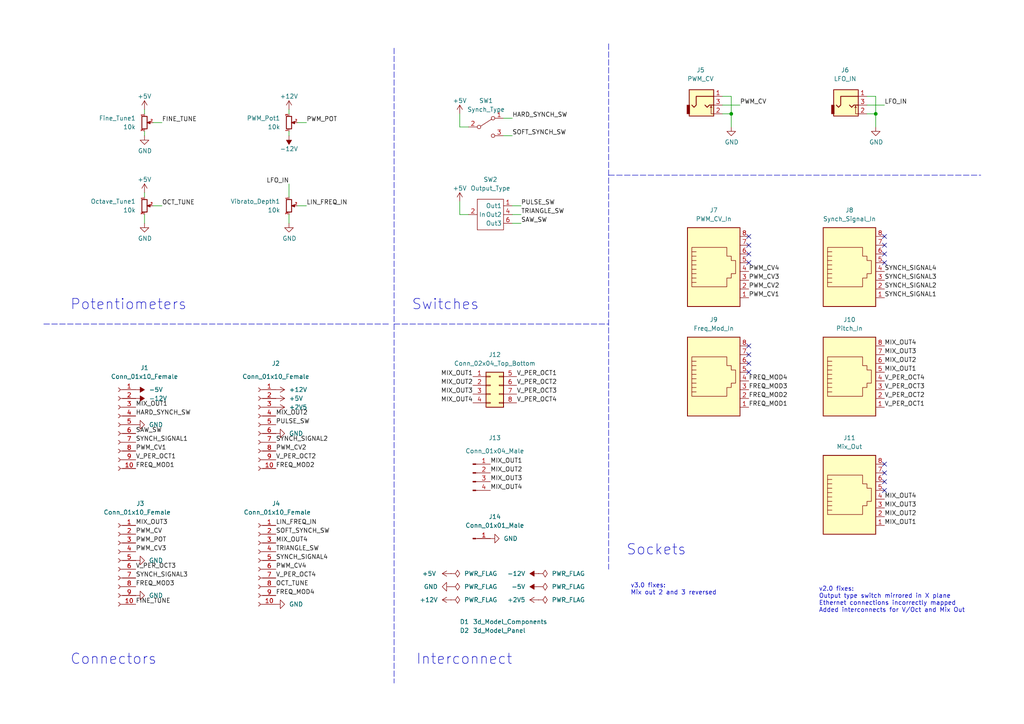
<source format=kicad_sch>
(kicad_sch (version 20211123) (generator eeschema)
  (paper "A4")
  (title_block (title "Quadraphone Controls") (date "2023-03-19") (rev "3.0") (company "Mountjoy Modular"))
  (lib_symbols
    (symbol "Connector:Conn_01x01_Male" (pin_names (offset 1.016) hide)
      (property "Reference" "J" (at 0 2.54 0))
      (property "Value" "Conn_01x01_Male" (at 0 -2.54 0))
      (symbol "Conn_01x01_Male_1_1"
        (polyline (pts (xy 1.27 0) (xy 0.8636 0)) (stroke (width 0.1524)))
        (rectangle (start 0.8636 0.127) (end 0 -0.127) (stroke (width 0.1524)) (fill (type outline)))
        (pin passive line (at 5.08 0 180) (length 3.81) (name "Pin_1") (number "1"))
      )
    )
    (symbol "Connector:Conn_01x04_Male" (pin_names (offset 1.016) hide)
      (property "Reference" "J" (at 0 5.08 0))
      (property "Value" "Conn_01x04_Male" (at 0 -7.62 0))
      (symbol "Conn_01x04_Male_1_1"
        (polyline (pts (xy 1.27 -5.08) (xy 0.8636 -5.08)) (stroke (width 0.1524)))
        (polyline (pts (xy 1.27 -2.54) (xy 0.8636 -2.54)) (stroke (width 0.1524)))
        (polyline (pts (xy 1.27 0) (xy 0.8636 0)) (stroke (width 0.1524)))
        (polyline (pts (xy 1.27 2.54) (xy 0.8636 2.54)) (stroke (width 0.1524)))
        (rectangle (start 0.8636 -4.953) (end 0 -5.207) (stroke (width 0.1524)) (fill (type outline)))
        (rectangle (start 0.8636 -2.413) (end 0 -2.667) (stroke (width 0.1524)) (fill (type outline)))
        (rectangle (start 0.8636 0.127) (end 0 -0.127) (stroke (width 0.1524)) (fill (type outline)))
        (rectangle (start 0.8636 2.667) (end 0 2.413) (stroke (width 0.1524)) (fill (type outline)))
        (pin passive line (at 5.08 2.54 180) (length 3.81) (name "Pin_1") (number "1"))
        (pin passive line (at 5.08 0 180) (length 3.81) (name "Pin_2") (number "2"))
        (pin passive line (at 5.08 -2.54 180) (length 3.81) (name "Pin_3") (number "3"))
        (pin passive line (at 5.08 -5.08 180) (length 3.81) (name "Pin_4") (number "4"))
      )
    )
    (symbol "Connector:Conn_01x10_Female" (pin_names (offset 1.016) hide)
      (property "Reference" "J" (at 0 12.7 0))
      (property "Value" "Conn_01x10_Female" (at 0 -15.24 0))
      (symbol "Conn_01x10_Female_1_1"
        (arc (start 0 -12.192) (mid -0.508 -12.7) (end 0 -13.208) (stroke (width 0.1524)))
        (arc (start 0 -9.652) (mid -0.508 -10.16) (end 0 -10.668) (stroke (width 0.1524)))
        (arc (start 0 -7.112) (mid -0.508 -7.62) (end 0 -8.128) (stroke (width 0.1524)))
        (arc (start 0 -4.572) (mid -0.508 -5.08) (end 0 -5.588) (stroke (width 0.1524)))
        (arc (start 0 -2.032) (mid -0.508 -2.54) (end 0 -3.048) (stroke (width 0.1524)))
        (polyline (pts (xy -1.27 -12.7) (xy -0.508 -12.7)) (stroke (width 0.1524)))
        (polyline (pts (xy -1.27 -10.16) (xy -0.508 -10.16)) (stroke (width 0.1524)))
        (polyline (pts (xy -1.27 -7.62) (xy -0.508 -7.62)) (stroke (width 0.1524)))
        (polyline (pts (xy -1.27 -5.08) (xy -0.508 -5.08)) (stroke (width 0.1524)))
        (polyline (pts (xy -1.27 -2.54) (xy -0.508 -2.54)) (stroke (width 0.1524)))
        (polyline (pts (xy -1.27 0) (xy -0.508 0)) (stroke (width 0.1524)))
        (polyline (pts (xy -1.27 2.54) (xy -0.508 2.54)) (stroke (width 0.1524)))
        (polyline (pts (xy -1.27 5.08) (xy -0.508 5.08)) (stroke (width 0.1524)))
        (polyline (pts (xy -1.27 7.62) (xy -0.508 7.62)) (stroke (width 0.1524)))
        (polyline (pts (xy -1.27 10.16) (xy -0.508 10.16)) (stroke (width 0.1524)))
        (arc (start 0 0.508) (mid -0.508 0) (end 0 -0.508) (stroke (width 0.1524)))
        (arc (start 0 3.048) (mid -0.508 2.54) (end 0 2.032) (stroke (width 0.1524)))
        (arc (start 0 5.588) (mid -0.508 5.08) (end 0 4.572) (stroke (width 0.1524)))
        (arc (start 0 8.128) (mid -0.508 7.62) (end 0 7.112) (stroke (width 0.1524)))
        (arc (start 0 10.668) (mid -0.508 10.16) (end 0 9.652) (stroke (width 0.1524)))
        (pin passive line (at -5.08 10.16 0) (length 3.81) (name "Pin_1") (number "1"))
        (pin passive line (at -5.08 -12.7 0) (length 3.81) (name "Pin_10") (number "10"))
        (pin passive line (at -5.08 7.62 0) (length 3.81) (name "Pin_2") (number "2"))
        (pin passive line (at -5.08 5.08 0) (length 3.81) (name "Pin_3") (number "3"))
        (pin passive line (at -5.08 2.54 0) (length 3.81) (name "Pin_4") (number "4"))
        (pin passive line (at -5.08 0 0) (length 3.81) (name "Pin_5") (number "5"))
        (pin passive line (at -5.08 -2.54 0) (length 3.81) (name "Pin_6") (number "6"))
        (pin passive line (at -5.08 -5.08 0) (length 3.81) (name "Pin_7") (number "7"))
        (pin passive line (at -5.08 -7.62 0) (length 3.81) (name "Pin_8") (number "8"))
        (pin passive line (at -5.08 -10.16 0) (length 3.81) (name "Pin_9") (number "9"))
      )
    )
    (symbol "Connector:RJ45" (pin_names (offset 1.016))
      (property "Reference" "J" (at -5.08 13.97 0))
      (property "Value" "RJ45" (at 2.54 13.97 0))
      (symbol "RJ45_0_1"
        (polyline (pts (xy -5.08 4.445) (xy -6.35 4.445)))
        (polyline (pts (xy -5.08 5.715) (xy -6.35 5.715)))
        (polyline (pts (xy -6.35 -3.175) (xy -5.08 -3.175) (xy -5.08 -3.175)))
        (polyline (pts (xy -6.35 -1.905) (xy -5.08 -1.905) (xy -5.08 -1.905)))
        (polyline (pts (xy -6.35 -0.635) (xy -5.08 -0.635) (xy -5.08 -0.635)))
        (polyline (pts (xy -6.35 0.635) (xy -5.08 0.635) (xy -5.08 0.635)))
        (polyline (pts (xy -6.35 1.905) (xy -5.08 1.905) (xy -5.08 1.905)))
        (polyline (pts (xy -5.08 3.175) (xy -6.35 3.175) (xy -6.35 3.175)))
        (polyline (pts (xy -6.35 -4.445) (xy -6.35 6.985) (xy 3.81 6.985) (xy 3.81 4.445) (xy 5.08 4.445) (xy 5.08 3.175) (xy 6.35 3.175) (xy 6.35 -0.635) (xy 5.08 -0.635) (xy 5.08 -1.905) (xy 3.81 -1.905) (xy 3.81 -4.445) (xy -6.35 -4.445) (xy -6.35 -4.445)))
        (rectangle (start 7.62 12.7) (end -7.62 -10.16) (stroke (width 0.254)) (fill (type background)))
      )
      (symbol "RJ45_1_1"
        (pin passive line (at 10.16 -7.62 180) (length 2.54) (name "~") (number "1"))
        (pin passive line (at 10.16 -5.08 180) (length 2.54) (name "~") (number "2"))
        (pin passive line (at 10.16 -2.54 180) (length 2.54) (name "~") (number "3"))
        (pin passive line (at 10.16 0 180) (length 2.54) (name "~") (number "4"))
        (pin passive line (at 10.16 2.54 180) (length 2.54) (name "~") (number "5"))
        (pin passive line (at 10.16 5.08 180) (length 2.54) (name "~") (number "6"))
        (pin passive line (at 10.16 7.62 180) (length 2.54) (name "~") (number "7"))
        (pin passive line (at 10.16 10.16 180) (length 2.54) (name "~") (number "8"))
      )
    )
    (symbol "Connector_Generic:Conn_02x04_Top_Bottom" (pin_names (offset 1.016) hide)
      (property "Reference" "J" (at 1.27 5.08 0))
      (property "Value" "Conn_02x04_Top_Bottom" (at 1.27 -7.62 0))
      (symbol "Conn_02x04_Top_Bottom_1_1"
        (rectangle (start -1.27 -4.953) (end 0 -5.207) (stroke (width 0.1524)))
        (rectangle (start -1.27 -2.413) (end 0 -2.667) (stroke (width 0.1524)))
        (rectangle (start -1.27 0.127) (end 0 -0.127) (stroke (width 0.1524)))
        (rectangle (start -1.27 2.667) (end 0 2.413) (stroke (width 0.1524)))
        (rectangle (start -1.27 3.81) (end 3.81 -6.35) (stroke (width 0.254)) (fill (type background)))
        (rectangle (start 3.81 -4.953) (end 2.54 -5.207) (stroke (width 0.1524)))
        (rectangle (start 3.81 -2.413) (end 2.54 -2.667) (stroke (width 0.1524)))
        (rectangle (start 3.81 0.127) (end 2.54 -0.127) (stroke (width 0.1524)))
        (rectangle (start 3.81 2.667) (end 2.54 2.413) (stroke (width 0.1524)))
        (pin passive line (at -5.08 2.54 0) (length 3.81) (name "Pin_1") (number "1"))
        (pin passive line (at -5.08 0 0) (length 3.81) (name "Pin_2") (number "2"))
        (pin passive line (at -5.08 -2.54 0) (length 3.81) (name "Pin_3") (number "3"))
        (pin passive line (at -5.08 -5.08 0) (length 3.81) (name "Pin_4") (number "4"))
        (pin passive line (at 7.62 2.54 180) (length 3.81) (name "Pin_5") (number "5"))
        (pin passive line (at 7.62 0 180) (length 3.81) (name "Pin_6") (number "6"))
        (pin passive line (at 7.62 -2.54 180) (length 3.81) (name "Pin_7") (number "7"))
        (pin passive line (at 7.62 -5.08 180) (length 3.81) (name "Pin_8") (number "8"))
      )
    )
    (symbol "Custom_Audio:DPDT_Switch"
      (property "Reference" "U" (at 0 5.08 0))
      (property "Value" "DPDT_Switch" (at 0 -6.985 0))
      (symbol "DPDT_Switch_0_1"
        (rectangle (start -3.81 3.175) (end 3.81 -5.715))
      )
      (symbol "DPDT_Switch_1_1"
        (pin bidirectional line (at 6.35 1.27 180) (length 2.54) (name "Out1") (number "1"))
        (pin bidirectional line (at -6.35 -1.27 0) (length 2.54) (name "In") (number "2"))
        (pin bidirectional line (at -6.985 -4.445 0) (length 2.54) hide (name "Pin3") (number "3"))
        (pin bidirectional line (at 6.35 -1.27 180) (length 2.54) (name "Out2") (number "4"))
        (pin bidirectional line (at -6.985 -4.445 0) (length 2.54) hide (name "Pin5") (number "5"))
        (pin bidirectional line (at 6.35 -3.81 180) (length 2.54) (name "Out3") (number "6"))
      )
    )
    (symbol "Device:R_Potentiometer_Small" (pin_names (offset 1.016) hide)
      (property "Reference" "RV" (at -4.445 0 90))
      (property "Value" "R_Potentiometer_Small" (at -2.54 0 90))
      (symbol "R_Potentiometer_Small_0_1"
        (polyline (pts (xy 0.889 0) (xy 0.635 0) (xy 1.651 0.381) (xy 1.651 -0.381) (xy 0.635 0) (xy 0.889 0)) (fill (type outline)))
        (rectangle (start 0.762 1.8034) (end -0.762 -1.8034) (stroke (width 0.254)))
      )
      (symbol "R_Potentiometer_Small_1_1"
        (pin passive line (at 0 2.54 270) (length 0.635) (name "1") (number "1"))
        (pin passive line (at 2.54 0 180) (length 0.9906) (name "2") (number "2"))
        (pin passive line (at 0 -2.54 90) (length 0.635) (name "3") (number "3"))
      )
    )
    (symbol "Mountjoy:3d_Model_Dummy"
      (property "Reference" "D" (at 0 0 0))
      (property "Value" "3d_Model_Dummy" (at 0 0 0))
    )
    (symbol "Switch:SW_SPDT" (pin_names (offset 0) hide)
      (property "Reference" "SW" (at 0 4.318 0))
      (property "Value" "SW_SPDT" (at 0 -5.08 0))
      (symbol "SW_SPDT_0_0"
        (circle (center -2.032 0) (radius 0.508))
        (circle (center 2.032 -2.54) (radius 0.508))
      )
      (symbol "SW_SPDT_0_1"
        (polyline (pts (xy -1.524 0.254) (xy 1.651 2.286)))
        (circle (center 2.032 2.54) (radius 0.508))
      )
      (symbol "SW_SPDT_1_1"
        (pin passive line (at 5.08 2.54 180) (length 2.54) (name "A") (number "1"))
        (pin passive line (at -5.08 0 0) (length 2.54) (name "B") (number "2"))
        (pin passive line (at 5.08 -2.54 180) (length 2.54) (name "C") (number "3"))
      )
    )
    (symbol "power:+12V" (power) (pin_names (offset 0))
      (property "Value" "+12V" (at 0 3.556 0))
      (symbol "+12V_0_1"
        (polyline (pts (xy -0.762 1.27) (xy 0 2.54)))
        (polyline (pts (xy 0 0) (xy 0 2.54)))
        (polyline (pts (xy 0 2.54) (xy 0.762 1.27)))
      )
      (symbol "+12V_1_1"
        (pin power_in line (at 0 0 90) (length 0) hide (name "+12V") (number "1"))
      )
    )
    (symbol "power:+2V5" (power) (pin_names (offset 0))
      (property "Value" "+2V5" (at 0 3.556 0))
      (symbol "+2V5_0_1"
        (polyline (pts (xy -0.762 1.27) (xy 0 2.54)))
        (polyline (pts (xy 0 0) (xy 0 2.54)))
        (polyline (pts (xy 0 2.54) (xy 0.762 1.27)))
      )
      (symbol "+2V5_1_1"
        (pin power_in line (at 0 0 90) (length 0) hide (name "+2V5") (number "1"))
      )
    )
    (symbol "power:+5V" (power) (pin_names (offset 0))
      (property "Value" "+5V" (at 0 3.556 0))
      (symbol "+5V_0_1"
        (polyline (pts (xy -0.762 1.27) (xy 0 2.54)))
        (polyline (pts (xy 0 0) (xy 0 2.54)))
        (polyline (pts (xy 0 2.54) (xy 0.762 1.27)))
      )
      (symbol "+5V_1_1"
        (pin power_in line (at 0 0 90) (length 0) hide (name "+5V") (number "1"))
      )
    )
    (symbol "power:-12V" (power) (pin_names (offset 0))
      (property "Value" "-12V" (at 0 3.81 0))
      (symbol "-12V_0_0"
        (pin power_in line (at 0 0 90) (length 0) hide (name "-12V") (number "1"))
      )
      (symbol "-12V_0_1"
        (polyline (pts (xy 0 0) (xy 0 1.27) (xy 0.762 1.27) (xy 0 2.54) (xy -0.762 1.27) (xy 0 1.27)) (fill (type outline)))
      )
    )
    (symbol "power:-5V" (power) (pin_names (offset 0))
      (property "Value" "-5V" (at 0 3.81 0))
      (symbol "-5V_0_0"
        (pin power_in line (at 0 0 90) (length 0) hide (name "-5V") (number "1"))
      )
      (symbol "-5V_0_1"
        (polyline (pts (xy 0 0) (xy 0 1.27) (xy 0.762 1.27) (xy 0 2.54) (xy -0.762 1.27) (xy 0 1.27)) (fill (type outline)))
      )
    )
    (symbol "power:GND" (power) (pin_names (offset 0))
      (property "Value" "GND" (at 0 -3.81 0))
      (symbol "GND_0_1"
        (polyline (pts (xy 0 0) (xy 0 -1.27) (xy 1.27 -1.27) (xy 0 -2.54) (xy -1.27 -1.27) (xy 0 -1.27)))
      )
      (symbol "GND_1_1"
        (pin power_in line (at 0 0 270) (length 0) hide (name "GND") (number "1"))
      )
    )
    (symbol "power:PWR_FLAG" (power) (pin_numbers hide) (pin_names (offset 0) hide)
      (property "Value" "PWR_FLAG" (at 0 3.81 0))
      (symbol "PWR_FLAG_0_0"
        (pin power_out line (at 0 0 90) (length 0) (name "pwr") (number "1"))
      )
      (symbol "PWR_FLAG_0_1"
        (polyline (pts (xy 0 0) (xy 0 1.27) (xy -1.016 1.905) (xy 0 2.54) (xy 1.016 1.905) (xy 0 1.27)))
      )
    )
    (symbol "thonkiconn:AudioJack2_Ground_Switch" (pin_names (offset 1.016))
      (property "Reference" "J" (at 0 8.89 0))
      (property "Value" "AudioJack2_Ground_Switch" (at 0 6.35 0))
      (symbol "AudioJack2_Ground_Switch_0_1"
        (rectangle (start -4.445 -2.54) (end -5.207 0) (fill (type outline)))
        (polyline (pts (xy 1.778 -0.254) (xy 2.032 -0.762)))
        (polyline (pts (xy 0 0) (xy 0.635 -0.635) (xy 1.27 0) (xy 2.54 0)) (stroke (width 0.254)))
        (polyline (pts (xy 2.54 -2.54) (xy 1.778 -2.54) (xy 1.778 -0.254) (xy 1.524 -0.762)))
        (polyline (pts (xy 2.54 2.54) (xy -2.54 2.54) (xy -2.54 0) (xy -3.175 -0.635) (xy -3.81 0)) (stroke (width 0.254)))
        (rectangle (start 2.54 -3.175) (end -4.572 4.445) (stroke (width 0.254)) (fill (type background)))
      )
      (symbol "AudioJack2_Ground_Switch_1_1"
        (pin passive line (at 5.08 2.54 180) (length 2.54) (name "~") (number "1"))
        (pin passive line (at 5.08 -2.54 180) (length 2.54) (name "~") (number "2"))
        (pin passive line (at 5.08 0 180) (length 2.54) (name "~") (number "3"))
      )
    )
  )
  (junction (at 212.09 33.02))
  (junction (at 254 33.02))
  (no_connect (at 217.17 100.33))
  (no_connect (at 217.17 68.58))
  (no_connect (at 217.17 76.2))
  (no_connect (at 256.54 73.66))
  (no_connect (at 256.54 139.7))
  (no_connect (at 256.54 134.62))
  (no_connect (at 217.17 105.41))
  (no_connect (at 256.54 71.12))
  (no_connect (at 217.17 102.87))
  (no_connect (at 256.54 137.16))
  (no_connect (at 217.17 107.95))
  (no_connect (at 256.54 76.2))
  (no_connect (at 217.17 71.12))
  (no_connect (at 256.54 142.24))
  (no_connect (at 256.54 68.58))
  (no_connect (at 217.17 73.66))
  (wire (pts (xy 133.35 33.02) (xy 133.35 36.83)))
  (wire (pts (xy 41.91 64.77) (xy 41.91 62.23)))
  (wire (pts (xy 209.55 33.02) (xy 212.09 33.02)))
  (wire (pts (xy 83.82 31.75) (xy 83.82 33.02)))
  (wire (pts (xy 133.35 62.23) (xy 135.89 62.23)))
  (wire (pts (xy 209.55 27.94) (xy 212.09 27.94)))
  (wire (pts (xy 212.09 33.02) (xy 212.09 36.83)))
  (wire (pts (xy 44.45 35.56) (xy 46.99 35.56)))
  (wire (pts (xy 148.59 62.23) (xy 151.13 62.23)))
  (polyline (pts (xy 114.3 93.98) (xy 176.53 93.98)))
  (wire (pts (xy 41.91 55.88) (xy 41.91 57.15)))
  (wire (pts (xy 83.82 62.23) (xy 83.82 64.77)))
  (wire (pts (xy 146.05 39.37) (xy 148.59 39.37)))
  (wire (pts (xy 133.35 58.42) (xy 133.35 62.23)))
  (wire (pts (xy 251.46 27.94) (xy 254 27.94)))
  (wire (pts (xy 86.36 35.56) (xy 88.9 35.56)))
  (wire (pts (xy 83.82 38.1) (xy 83.82 39.37)))
  (wire (pts (xy 86.36 59.69) (xy 88.9 59.69)))
  (polyline (pts (xy 176.53 50.8) (xy 284.48 50.8)))
  (wire (pts (xy 251.46 33.02) (xy 254 33.02)))
  (wire (pts (xy 146.05 34.29) (xy 148.59 34.29)))
  (wire (pts (xy 209.55 30.48) (xy 214.63 30.48)))
  (wire (pts (xy 44.45 59.69) (xy 46.99 59.69)))
  (wire (pts (xy 212.09 27.94) (xy 212.09 33.02)))
  (wire (pts (xy 254 27.94) (xy 254 33.02)))
  (wire (pts (xy 251.46 30.48) (xy 256.54 30.48)))
  (wire (pts (xy 148.59 64.77) (xy 151.13 64.77)))
  (wire (pts (xy 83.82 53.34) (xy 83.82 57.15)))
  (wire (pts (xy 254 33.02) (xy 254 36.83)))
  (wire (pts (xy 41.91 39.37) (xy 41.91 38.1)))
  (polyline (pts (xy 12.7 93.98) (xy 113.03 93.98)))
  (wire (pts (xy 148.59 59.69) (xy 151.13 59.69)))
  (polyline (pts (xy 176.53 12.7) (xy 176.53 165.1)))
  (wire (pts (xy 41.91 31.75) (xy 41.91 33.02)))
  (wire (pts (xy 133.35 36.83) (xy 135.89 36.83)))
  (polyline (pts (xy 114.3 13.97) (xy 114.3 198.12)))
  (text "Connectors" (at 20.32 193.04 0) (effects (font (size 3 3)) (justify left bottom)))
  (text "Potentiometers" (at 20.32 90.17 0) (effects (font (size 3 3)) (justify left bottom)))
  (text "v2.0 fixes:\nOutput type switch mirrored in X plane\nEthernet connections incorrectly mapped\nAdded interconnects for V/Oct and Mix Out" (at 237.49 177.8 0) (effects (font (size 1.27 1.27)) (justify left bottom)))
  (text "v3.0 fixes:\nMix out 2 and 3 reversed" (at 182.88 172.72 0) (effects (font (size 1.27 1.27)) (justify left bottom)))
  (text "Sockets" (at 181.61 161.29 0) (effects (font (size 3 3)) (justify left bottom)))
  (text "Switches" (at 119.38 90.17 0) (effects (font (size 3 3)) (justify left bottom)))
  (text "Interconnect" (at 120.65 193.04 0) (effects (font (size 3 3)) (justify left bottom)))
  (label "V_PER_OCT3" (at 39.37 165.1 0))
  (label "LFO_IN" (at 256.54 30.48 0))
  (label "V_PER_OCT1" (at 39.37 133.35 0))
  (label "V_PER_OCT4" (at 256.54 110.49 0))
  (label "FREQ_MOD1" (at 39.37 135.89 0))
  (label "MIX_OUT2" (at 80.01 120.65 0))
  (label "V_PER_OCT2" (at 256.54 115.57 0))
  (label "PWM_POT" (at 39.37 157.48 0))
  (label "V_PER_OCT4" (at 149.86 116.84 0))
  (label "MIX_OUT3" (at 256.54 147.32 0))
  (label "MIX_OUT3" (at 256.54 102.87 0))
  (label "V_PER_OCT1" (at 256.54 118.11 0))
  (label "LFO_IN" (at 83.82 53.34 180))
  (label "PWM_CV2" (at 80.01 130.81 0))
  (label "FREQ_MOD3" (at 217.17 113.03 0))
  (label "SYNCH_SIGNAL3" (at 256.54 81.28 0))
  (label "V_PER_OCT4" (at 80.01 167.64 0))
  (label "OCT_TUNE" (at 80.01 170.18 0))
  (label "V_PER_OCT1" (at 149.86 109.22 0))
  (label "FREQ_MOD3" (at 39.37 170.18 0))
  (label "MIX_OUT3" (at 39.37 152.4 0))
  (label "PWM_CV2" (at 217.17 83.82 0))
  (label "PULSE_SW" (at 151.13 59.69 0))
  (label "FREQ_MOD1" (at 217.17 118.11 0))
  (label "TRIANGLE_SW" (at 80.01 160.02 0))
  (label "MIX_OUT4" (at 80.01 157.48 0))
  (label "SYNCH_SIGNAL4" (at 80.01 162.56 0))
  (label "MIX_OUT1" (at 256.54 107.95 0))
  (label "PWM_CV1" (at 217.17 86.36 0))
  (label "V_PER_OCT2" (at 80.01 133.35 0))
  (label "PWM_CV4" (at 80.01 165.1 0))
  (label "HARD_SYNCH_SW" (at 39.37 120.65 0))
  (label "MIX_OUT2" (at 256.54 149.86 0))
  (label "PWM_CV" (at 214.63 30.48 0))
  (label "V_PER_OCT3" (at 149.86 114.3 0))
  (label "SYNCH_SIGNAL4" (at 256.54 78.74 0))
  (label "MIX_OUT3" (at 142.24 139.7 0))
  (label "MIX_OUT1" (at 137.16 109.22 180))
  (label "MIX_OUT1" (at 39.37 118.11 0))
  (label "MIX_OUT2" (at 137.16 111.76 180))
  (label "FREQ_MOD2" (at 217.17 115.57 0))
  (label "FREQ_MOD4" (at 217.17 110.49 0))
  (label "SOFT_SYNCH_SW" (at 80.01 154.94 0))
  (label "MIX_OUT1" (at 142.24 134.62 0))
  (label "MIX_OUT2" (at 142.24 137.16 0))
  (label "SAW_SW" (at 39.37 125.73 0))
  (label "MIX_OUT4" (at 142.24 142.24 0))
  (label "FINE_TUNE" (at 39.37 175.26 0))
  (label "MIX_OUT4" (at 256.54 100.33 0))
  (label "MIX_OUT3" (at 137.16 114.3 180))
  (label "SYNCH_SIGNAL2" (at 80.01 128.27 0))
  (label "SYNCH_SIGNAL3" (at 39.37 167.64 0))
  (label "MIX_OUT4" (at 256.54 144.78 0))
  (label "PWM_CV" (at 39.37 154.94 0))
  (label "LIN_FREQ_IN" (at 88.9 59.69 0))
  (label "MIX_OUT4" (at 137.16 116.84 180))
  (label "HARD_SYNCH_SW" (at 148.59 34.29 0))
  (label "PWM_CV4" (at 217.17 78.74 0))
  (label "PWM_CV3" (at 39.37 160.02 0))
  (label "PWM_POT" (at 88.9 35.56 0))
  (label "SOFT_SYNCH_SW" (at 148.59 39.37 0))
  (label "SYNCH_SIGNAL2" (at 256.54 83.82 0))
  (label "FINE_TUNE" (at 46.99 35.56 0))
  (label "V_PER_OCT3" (at 256.54 113.03 0))
  (label "V_PER_OCT2" (at 149.86 111.76 0))
  (label "TRIANGLE_SW" (at 151.13 62.23 0))
  (label "MIX_OUT1" (at 256.54 152.4 0))
  (label "PWM_CV3" (at 217.17 81.28 0))
  (label "PWM_CV1" (at 39.37 130.81 0))
  (label "OCT_TUNE" (at 46.99 59.69 0))
  (label "SAW_SW" (at 151.13 64.77 0))
  (label "LIN_FREQ_IN" (at 80.01 152.4 0))
  (label "SYNCH_SIGNAL1" (at 256.54 86.36 0))
  (label "FREQ_MOD4" (at 80.01 172.72 0))
  (label "FREQ_MOD2" (at 80.01 135.89 0))
  (label "PULSE_SW" (at 80.01 123.19 0))
  (label "SYNCH_SIGNAL1" (at 39.37 128.27 0))
  (label "MIX_OUT2" (at 256.54 105.41 0))
  (symbol (lib_id "Device:R_Potentiometer_Small") (at 41.91 59.69 0) (unit 1)
    (property "Reference" "Octave_Tune1" (at 39.37 58.4199 0) (effects (justify right)))
    (property "Value" "10k" (at 39.37 60.9599 0) (effects (justify right)))
    (property "Footprint" "Custom_Footprints:Alpha_9mm_Potentiometer_Aligned" (effects hide))
  )
  (symbol (lib_id "thonkiconn:AudioJack2_Ground_Switch") (at 204.47 30.48 0) (unit 1)
    (property "Reference" "J5" (at 203.2 20.32 0))
    (property "Value" "PWM_CV" (at 203.2 22.86 0))
    (property "Footprint" "Custom_Footprints:THONKICONN_hole" (effects hide))
  )
  (symbol (lib_id "Connector:Conn_01x01_Male") (at 137.16 156.21 0) (unit 1)
    (property "Reference" "J14" (at 143.51 149.86 0))
    (property "Value" "Conn_01x01_Male" (at 143.51 152.4 0))
    (property "Footprint" "Connector_PinHeader_2.54mm:PinHeader_1x01_P2.54mm_Vertical" (effects hide))
  )
  (symbol (lib_id "power:PWR_FLAG") (at 156.21 173.99 270) (unit 1)
    (property "Reference" "#FLG0106" (effects hide))
    (property "Value" "PWR_FLAG" (at 160.02 173.9899 90) (effects (justify left)))
  )
  (symbol (lib_id "Connector:Conn_01x10_Female") (at 34.29 162.56 0) (mirror y) (unit 1)
    (property "Reference" "J3" (at 41.91 146.05 0) (effects (justify left)))
    (property "Value" "Conn_01x10_Female" (at 49.53 148.59 0) (effects (justify left)))
    (property "Footprint" "Connector_PinSocket_2.54mm:PinSocket_1x10_P2.54mm_Vertical" (effects hide))
  )
  (symbol (lib_id "Connector:RJ45") (at 207.01 110.49 0) (unit 1)
    (property "Reference" "J9" (at 207.01 92.71 0))
    (property "Value" "Freq_Mod_In" (at 207.01 95.25 0))
    (property "Footprint" "Custom_Footprints:RJ45_Molex_42878-8506" (effects hide))
  )
  (symbol (lib_id "power:PWR_FLAG") (at 130.81 170.18 270) (unit 1)
    (property "Reference" "#FLG0102" (effects hide))
    (property "Value" "PWR_FLAG" (at 134.62 170.1799 90) (effects (justify left)))
  )
  (symbol (lib_id "Device:R_Potentiometer_Small") (at 83.82 59.69 0) (unit 1)
    (property "Reference" "Vibrato_Depth1" (at 81.28 58.4199 0) (effects (justify right)))
    (property "Value" "10k" (at 81.28 60.9599 0) (effects (justify right)))
    (property "Footprint" "Custom_Footprints:Alpha_9mm_Potentiometer_Aligned" (effects hide))
  )
  (symbol (lib_id "Connector:Conn_01x10_Female") (at 74.93 123.19 0) (mirror y) (unit 1)
    (property "Reference" "J2" (at 80.01 105.41 0))
    (property "Value" "Conn_01x10_Female" (at 80.01 109.22 0))
    (property "Footprint" "Connector_PinSocket_2.54mm:PinSocket_1x10_P2.54mm_Vertical" (effects hide))
  )
  (symbol (lib_id "power:+12V") (at 83.82 31.75 0) (mirror y) (unit 1)
    (property "Reference" "#PWR017" (effects hide))
    (property "Value" "+12V" (at 83.82 27.94 0))
  )
  (symbol (lib_id "power:PWR_FLAG") (at 130.81 166.37 270) (unit 1)
    (property "Reference" "#FLG0103" (effects hide))
    (property "Value" "PWR_FLAG" (at 134.62 166.3699 90) (effects (justify left)))
  )
  (symbol (lib_id "power:GND") (at 41.91 39.37 0) (unit 1)
    (property "Reference" "#PWR010" (effects hide))
    (property "Value" "GND" (at 42.037 43.7642 0))
  )
  (symbol (lib_id "Connector:Conn_01x10_Female") (at 74.93 162.56 0) (mirror y) (unit 1)
    (property "Reference" "J4" (at 81.28 146.05 0) (effects (justify left)))
    (property "Value" "Conn_01x10_Female" (at 90.17 148.59 0) (effects (justify left)))
    (property "Footprint" "Connector_PinSocket_2.54mm:PinSocket_1x10_P2.54mm_Vertical" (effects hide))
  )
  (symbol (lib_id "power:GND") (at 254 36.83 0) (unit 1)
    (property "Reference" "#PWR021" (effects hide))
    (property "Value" "GND" (at 254.127 41.2242 0))
  )
  (symbol (lib_id "power:GND") (at 39.37 162.56 90) (unit 1)
    (property "Reference" "#PWR014" (effects hide))
    (property "Value" "GND" (at 43.18 162.5599 90) (effects (justify right)))
  )
  (symbol (lib_id "power:GND") (at 39.37 172.72 90) (unit 1)
    (property "Reference" "#PWR015" (effects hide))
    (property "Value" "GND" (at 43.18 172.7199 90) (effects (justify right)))
  )
  (symbol (lib_id "power:PWR_FLAG") (at 156.21 170.18 270) (unit 1)
    (property "Reference" "#FLG0105" (effects hide))
    (property "Value" "PWR_FLAG" (at 160.02 170.1799 90) (effects (justify left)))
  )
  (symbol (lib_id "power:GND") (at 39.37 123.19 90) (unit 1)
    (property "Reference" "#PWR06" (effects hide))
    (property "Value" "GND" (at 43.18 123.1899 90) (effects (justify right)))
  )
  (symbol (lib_id "power:PWR_FLAG") (at 156.21 166.37 270) (unit 1)
    (property "Reference" "#FLG0104" (effects hide))
    (property "Value" "PWR_FLAG" (at 160.02 166.3699 90) (effects (justify left)))
  )
  (symbol (lib_id "Connector:RJ45") (at 246.38 78.74 0) (unit 1)
    (property "Reference" "J8" (at 246.38 60.96 0))
    (property "Value" "Synch_Signal_In" (at 246.38 63.5 0))
    (property "Footprint" "Custom_Footprints:RJ45_Molex_42878-8506" (effects hide))
  )
  (symbol (lib_id "power:+5V") (at 133.35 58.42 0) (unit 1)
    (property "Reference" "#PWR012" (effects hide))
    (property "Value" "+5V" (at 133.35 54.61 0))
  )
  (symbol (lib_id "power:-5V") (at 39.37 113.03 270) (unit 1)
    (property "Reference" "#PWR01" (effects hide))
    (property "Value" "-5V" (at 43.18 113.0299 90) (effects (justify left)))
  )
  (symbol (lib_id "Connector:Conn_01x10_Female") (at 34.29 123.19 0) (mirror y) (unit 1)
    (property "Reference" "J1" (at 41.91 106.68 0))
    (property "Value" "Conn_01x10_Female" (at 41.91 109.22 0))
    (property "Footprint" "Connector_PinSocket_2.54mm:PinSocket_1x10_P2.54mm_Vertical" (effects hide))
  )
  (symbol (lib_id "power:+2V5") (at 156.21 173.99 90) (unit 1)
    (property "Reference" "#PWR0107" (effects hide))
    (property "Value" "+2V5" (at 152.4 173.9899 90) (effects (justify left)))
  )
  (symbol (lib_id "Device:R_Potentiometer_Small") (at 41.91 35.56 0) (unit 1)
    (property "Reference" "Fine_Tune1" (at 39.37 34.2899 0) (effects (justify right)))
    (property "Value" "10k" (at 39.37 36.8299 0) (effects (justify right)))
    (property "Footprint" "Custom_Footprints:Alpha_9mm_Potentiometer_Aligned" (effects hide))
  )
  (symbol (lib_id "Mountjoy:3d_Model_Dummy") (at 142.24 184.15 0) (unit 1)
    (property "Reference" "D2" (at 133.35 182.88 0) (effects (justify left)))
    (property "Value" "3d_Model_Panel" (at 137.16 182.88 0) (effects (justify left)))
    (property "Footprint" "Custom_Footprints:3D_Dummy" (effects hide))
  )
  (symbol (lib_id "power:GND") (at 41.91 64.77 0) (unit 1)
    (property "Reference" "#PWR013" (effects hide))
    (property "Value" "GND" (at 42.037 69.1642 0))
  )
  (symbol (lib_id "power:+12V") (at 130.81 173.99 90) (mirror x) (unit 1)
    (property "Reference" "#PWR0104" (effects hide))
    (property "Value" "+12V" (at 127 173.9899 90) (effects (justify left)))
  )
  (symbol (lib_id "power:-12V") (at 83.82 39.37 180) (unit 1)
    (property "Reference" "#PWR018" (effects hide))
    (property "Value" "-12V" (at 83.82 43.18 0))
  )
  (symbol (lib_id "power:GND") (at 83.82 64.77 0) (unit 1)
    (property "Reference" "#PWR019" (effects hide))
    (property "Value" "GND" (at 83.947 69.1642 0))
  )
  (symbol (lib_id "Connector_Generic:Conn_02x04_Top_Bottom") (at 142.24 111.76 0) (unit 1)
    (property "Reference" "J12" (at 143.51 102.87 0))
    (property "Value" "Conn_02x04_Top_Bottom" (at 143.51 105.41 0))
    (property "Footprint" "Connector_PinHeader_2.54mm:PinHeader_2x04_P2.54mm_Vertical" (effects hide))
  )
  (symbol (lib_id "power:+5V") (at 41.91 55.88 0) (unit 1)
    (property "Reference" "#PWR011" (effects hide))
    (property "Value" "+5V" (at 41.91 52.07 0))
  )
  (symbol (lib_id "power:GND") (at 80.01 125.73 90) (unit 1)
    (property "Reference" "#PWR09" (effects hide))
    (property "Value" "GND" (at 83.82 125.7299 90) (effects (justify right)))
  )
  (symbol (lib_id "Connector:RJ45") (at 246.38 144.78 0) (unit 1)
    (property "Reference" "J11" (at 246.38 127 0))
    (property "Value" "Mix_Out" (at 246.38 129.54 0))
    (property "Footprint" "Custom_Footprints:RJ45_Molex_42878-8506" (effects hide))
  )
  (symbol (lib_id "Connector:Conn_01x04_Male") (at 137.16 137.16 0) (unit 1)
    (property "Reference" "J13" (at 143.51 127 0))
    (property "Value" "Conn_01x04_Male" (at 143.51 130.81 0))
    (property "Footprint" "Connector_PinHeader_2.54mm:PinHeader_1x04_P2.54mm_Vertical" (effects hide))
  )
  (symbol (lib_id "power:+5V") (at 41.91 31.75 0) (unit 1)
    (property "Reference" "#PWR0101" (effects hide))
    (property "Value" "+5V" (at 41.91 27.94 0))
  )
  (symbol (lib_id "power:-5V") (at 156.21 170.18 90) (unit 1)
    (property "Reference" "#PWR0105" (effects hide))
    (property "Value" "-5V" (at 152.4 170.1801 90) (effects (justify left)))
  )
  (symbol (lib_id "power:GND") (at 80.01 175.26 90) (unit 1)
    (property "Reference" "#PWR016" (effects hide))
    (property "Value" "GND" (at 83.82 175.2599 90) (effects (justify right)))
  )
  (symbol (lib_id "Custom_Audio:DPDT_Switch") (at 142.24 60.96 0) (unit 1)
    (property "Reference" "SW2" (at 142.24 52.07 0))
    (property "Value" "Output_Type" (at 142.24 54.61 0))
    (property "Footprint" "Custom_Footprints:100DP6T1B1M2QE_ON_ON_ON" (effects hide))
  )
  (symbol (lib_id "power:+2V5") (at 80.01 118.11 270) (unit 1)
    (property "Reference" "#PWR05" (effects hide))
    (property "Value" "+2V5" (at 83.82 118.1099 90) (effects (justify left)))
  )
  (symbol (lib_id "power:+5V") (at 130.81 166.37 90) (unit 1)
    (property "Reference" "#PWR0103" (effects hide))
    (property "Value" "+5V" (at 124.46 166.37 90))
  )
  (symbol (lib_id "power:GND") (at 142.24 156.21 90) (unit 1)
    (property "Reference" "#PWR07" (effects hide))
    (property "Value" "GND" (at 146.05 156.2099 90) (effects (justify right)))
  )
  (symbol (lib_id "Connector:RJ45") (at 207.01 78.74 0) (unit 1)
    (property "Reference" "J7" (at 207.01 60.96 0))
    (property "Value" "PWM_CV_In" (at 207.01 63.5 0))
    (property "Footprint" "Custom_Footprints:RJ45_Molex_42878-8506" (effects hide))
  )
  (symbol (lib_id "power:+12V") (at 80.01 113.03 270) (mirror x) (unit 1)
    (property "Reference" "#PWR02" (effects hide))
    (property "Value" "+12V" (at 83.82 113.0299 90) (effects (justify left)))
  )
  (symbol (lib_id "power:PWR_FLAG") (at 130.81 173.99 270) (unit 1)
    (property "Reference" "#FLG0101" (effects hide))
    (property "Value" "PWR_FLAG" (at 134.62 173.9899 90) (effects (justify left)))
  )
  (symbol (lib_id "thonkiconn:AudioJack2_Ground_Switch") (at 246.38 30.48 0) (unit 1)
    (property "Reference" "J6" (at 245.11 20.32 0))
    (property "Value" "LFO_IN" (at 245.11 22.86 0))
    (property "Footprint" "Custom_Footprints:THONKICONN_hole" (effects hide))
  )
  (symbol (lib_id "power:GND") (at 130.81 170.18 270) (unit 1)
    (property "Reference" "#PWR0102" (effects hide))
    (property "Value" "GND" (at 127 170.1799 90) (effects (justify right)))
  )
  (symbol (lib_id "power:-12V") (at 39.37 115.57 270) (unit 1)
    (property "Reference" "#PWR03" (effects hide))
    (property "Value" "-12V" (at 43.18 115.5699 90) (effects (justify left)))
  )
  (symbol (lib_id "Switch:SW_SPDT") (at 140.97 36.83 0) (unit 1)
    (property "Reference" "SW1" (at 140.97 29.21 0))
    (property "Value" "Synch_Type" (at 140.97 31.75 0))
    (property "Footprint" "Custom_Footprints:SPDTSubMiniature" (effects hide))
  )
  (symbol (lib_id "Device:R_Potentiometer_Small") (at 83.82 35.56 0) (mirror x) (unit 1)
    (property "Reference" "PWM_Pot1" (at 81.28 34.2899 0) (effects (justify right)))
    (property "Value" "10k" (at 81.28 36.8299 0) (effects (justify right)))
    (property "Footprint" "Custom_Footprints:Alpha_9mm_Potentiometer_Aligned" (effects hide))
  )
  (symbol (lib_id "power:-12V") (at 156.21 166.37 90) (unit 1)
    (property "Reference" "#PWR0106" (effects hide))
    (property "Value" "-12V" (at 152.4 166.3701 90) (effects (justify left)))
  )
  (symbol (lib_id "power:+5V") (at 133.35 33.02 0) (unit 1)
    (property "Reference" "#PWR08" (effects hide))
    (property "Value" "+5V" (at 133.35 29.21 0))
  )
  (symbol (lib_id "power:GND") (at 212.09 36.83 0) (unit 1)
    (property "Reference" "#PWR020" (effects hide))
    (property "Value" "GND" (at 212.217 41.2242 0))
  )
  (symbol (lib_id "power:+5V") (at 80.01 115.57 270) (unit 1)
    (property "Reference" "#PWR04" (effects hide))
    (property "Value" "+5V" (at 83.82 115.5699 90) (effects (justify left)))
  )
  (symbol (lib_id "Connector:RJ45") (at 246.38 110.49 0) (unit 1)
    (property "Reference" "J10" (at 246.38 92.71 0))
    (property "Value" "Pitch_In" (at 246.38 95.25 0))
    (property "Footprint" "Custom_Footprints:RJ45_Molex_42878-8506" (effects hide))
  )
  (symbol (lib_id "Mountjoy:3d_Model_Dummy") (at 142.24 181.61 0) (unit 1)
    (property "Reference" "D1" (at 133.35 180.34 0) (effects (justify left)))
    (property "Value" "3d_Model_Components" (at 137.16 180.34 0) (effects (justify left)))
    (property "Footprint" "Custom_Footprints:3D_Dummy" (effects hide))
  )
)
</source>
